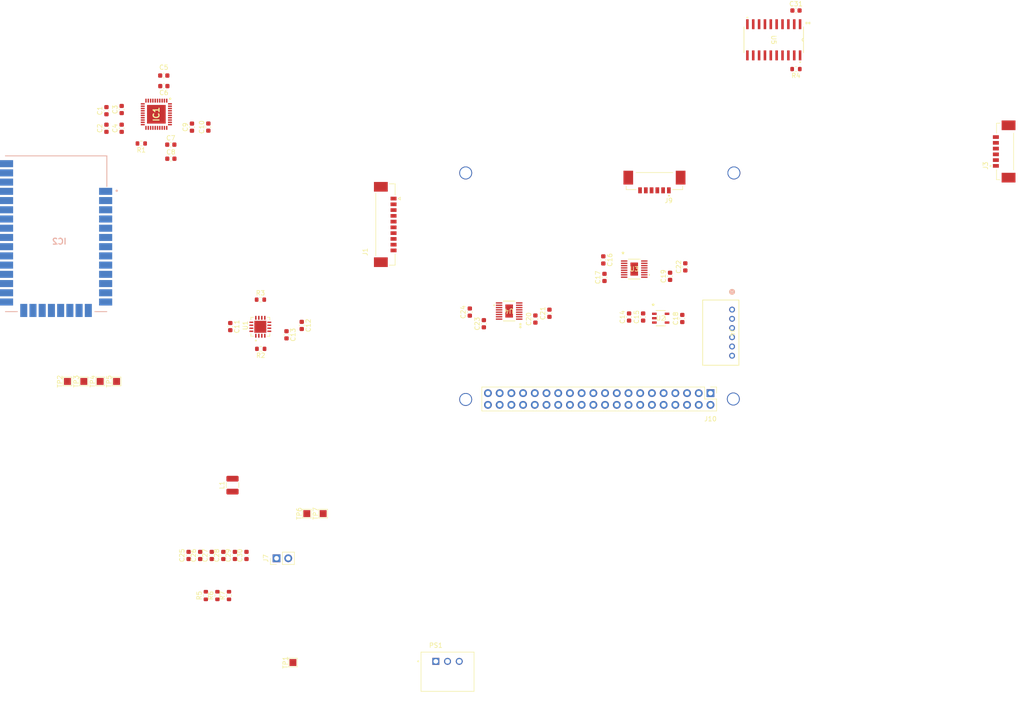
<source format=kicad_pcb>
(kicad_pcb (version 20221018) (generator pcbnew)
  (layers (0 "F.Cu" signal) (1 "In1.Cu" power) (2 "In2.Cu" power) (31 "B.Cu" signal) (34 "B.Paste" user) (35 "F.Paste" user) (36 "B.SilkS" user "B.Silkscreen") (37 "F.SilkS" user "F.Silkscreen") (38 "B.Mask" user) (39 "F.Mask" user) (44 "Edge.Cuts" user))
  (net 0 "")
  (net 1 "GND")
  (net 2 "Net-(IC1-REGCAPA)")
  (net 3 "5VADC")
  (net 4 "5VASupply{slash}Ref")
  (net 5 "3V3")
  (net 6 "Net-(IC1-REGCAPD)")
  (net 7 "2.5V")
  (net 8 "5.2V")
  (net 9 "Net-(U3-BYPASS)")
  (net 10 "Net-(U3-NR)")
  (net 11 "Net-(U4-BYPASS)")
  (net 12 "Net-(U4-NR)")
  (net 13 "VOUT")
  (net 14 "ANI16")
  (net 15 "ANI1")
  (net 16 "ANI3")
  (net 20 "DOUT")
  (net 21 "DIN")
  (net 22 "SCLK")
  (net 23 "CS")
  (net 24 "Net-(IC1-~{ERROR})")
  (net 28 "SG1")
  (net 29 "SG2")
  (net 30 "ANI9")
  (net 31 "ANI11")
  (net 32 "ANI13")
  (net 33 "ANI14")
  (net 34 "ANI15")
  (net 36 "DOUTXBee")
  (net 37 "DINXBee")
  (net 59 "Net-(IC2-DIO9{slash}ON{slash}~{SLEEP})")
  (net 62 "Net-(IC2-DIO6{slash}~{RTS})")
  (net 71 "SG1+")
  (net 72 "SG1-")
  (net 73 "SG2+")
  (net 74 "SG2-")
  (net 75 "DS1")
  (net 76 "DS2")
  (net 77 "DS3")
  (net 78 "DS4")
  (net 79 "DS5")
  (net 80 "DS6")
  (net 82 "DO1")
  (net 83 "DO2")
  (net 84 "DO3")
  (net 85 "Net-(J10-Pin_8)")
  (net 86 "Net-(J10-Pin_10)")
  (net 87 "DO4")
  (net 89 "DO5")
  (net 91 "DO6")
  (net 112 "Net-(PS1-+VIN)")
  (net 113 "Net-(U1-RG1__1)")
  (net 114 "Net-(U1-RG1)")
  (net 115 "Net-(U1-RG2__1)")
  (net 116 "Net-(U1-RG2)")
  (net 117 "Net-(U5-*OE)")
  (footprint "Capacitor_SMD:C_0603_1608Metric" (layer "F.Cu") (at 159.512 66.088001 90)
    (fp_text reference "C22" (at 0 -1.43 90) (layer "F.SilkS"))
    (fp_text value "1uF" hide)
    (pad "1" smd roundrect (at -0.775 0 90) (size 0.9 0.95) (layers "F.Cu" "F.Paste" "F.Mask") (net 1 "GND"))
    (pad "2" smd roundrect (at 0.775 0 90) (size 0.9 0.95) (layers "F.Cu" "F.Paste" "F.Mask") (net 7 "2.5V"))
  )
  (footprint "Resistor_SMD:R_0603_1608Metric" (layer "F.Cu") (at 67.438 83.866 180)
    (fp_text reference "R2" (at 0 -1.43) (layer "F.SilkS"))
    (fp_text value "200" hide)
    (pad "1" smd roundrect (at -0.825 0 180) (size 0.8 0.95) (layers "F.Cu" "F.Paste" "F.Mask") (net 113 "Net-(U1-RG1__1)"))
    (pad "2" smd roundrect (at 0.825 0 180) (size 0.8 0.95) (layers "F.Cu" "F.Paste" "F.Mask") (net 114 "Net-(U1-RG1)"))
  )
  (footprint "TestPoint:TestPoint_Pad_1.5x1.5mm" (layer "F.Cu") (at 29.072 90.932 90)
    (fp_text reference "TP3" (at 0 -1.648 90) (layer "F.SilkS"))
    (fp_text value "TestPoint")
    (pad "1" smd rect (at 0 0 90) (size 1.5 1.5) (layers "F.Cu" "F.Mask") (net 3 "5VADC"))
  )
  (footprint "Capacitor_SMD:C_0603_1608Metric" (layer "F.Cu") (at 59.328 128.668 90)
    (fp_text reference "C28" (at 0 -1.43 90) (layer "F.SilkS"))
    (fp_text value "10uF")
    (pad "1" smd roundrect (at -0.775 0 90) (size 0.9 0.95) (layers "F.Cu" "F.Paste" "F.Mask") (net 1 "GND"))
    (pad "2" smd roundrect (at 0.775 0 90) (size 0.9 0.95) (layers "F.Cu" "F.Paste" "F.Mask") (net 13 "VOUT"))
  )
  (footprint "21xt_footprints:MOLEX_0533980671 (1x6)" (layer "F.Cu") (at 152.821 48.836 180)
    (fp_text reference "J9" (at -3.08717 -2.88938) (layer "F.SilkS"))
    (fp_text value "Conn_01x06")
    (pad "1" smd rect (at -3.125 -0.65 180) (size 0.8 1.3) (layers "F.Cu" "F.Paste" "F.Mask") (net 75 "DS1"))
    (pad "2" smd rect (at -1.875 -0.65 180) (size 0.8 1.3) (layers "F.Cu" "F.Paste" "F.Mask") (net 76 "DS2"))
    (pad "3" smd rect (at -0.625 -0.65 180) (size 0.8 1.3) (layers "F.Cu" "F.Paste" "F.Mask") (net 77 "DS3"))
    (pad "4" smd rect (at 0.625 -0.65 180) (size 0.8 1.3) (layers "F.Cu" "F.Paste" "F.Mask") (net 78 "DS4"))
    (pad "5" smd rect (at 1.875 -0.65 180) (size 0.8 1.3) (layers "F.Cu" "F.Paste" "F.Mask") (net 79 "DS5"))
    (pad "6" smd rect (at 3.125 -0.65 180) (size 0.8 1.3) (layers "F.Cu" "F.Paste" "F.Mask") (net 80 "DS6"))
    (pad "S1" smd rect (at -5.675 2.1 180) (size 2.1 3) (layers "F.Cu" "F.Paste" "F.Mask"))
    (pad "S2" smd rect (at 5.675 2.1 180) (size 2.1 3) (layers "F.Cu" "F.Paste" "F.Mask"))
  )
  (footprint "TestPoint:TestPoint_Pad_1.5x1.5mm" (layer "F.Cu") (at 80.978 119.598 90)
    (fp_text reference "TP7" (at 0 -1.648 90) (layer "F.SilkS"))
    (fp_text value "TestPoint")
    (pad "1" smd rect (at 0 0 90) (size 1.5 1.5) (layers "F.Cu" "F.Mask") (net 13 "VOUT"))
  )
  (footprint "Resistor_SMD:R_0603_1608Metric" (layer "F.Cu") (at 41.535 39.33 180)
    (fp_text reference "R1" (at 0 -1.43) (layer "F.SilkS"))
    (fp_text value "10k" hide)
    (pad "1" smd roundrect (at -0.825 0 180) (size 0.8 0.95) (layers "F.Cu" "F.Paste" "F.Mask") (net 5 "3V3"))
    (pad "2" smd roundrect (at 0.825 0 180) (size 0.8 0.95) (layers "F.Cu" "F.Paste" "F.Mask") (net 24 "Net-(IC1-~{ERROR})"))
  )
  (footprint "Capacitor_SMD:C_0603_1608Metric" (layer "F.Cu") (at 51.798 128.668 90)
    (fp_text reference "C25" (at 0 -1.43 90) (layer "F.SilkS"))
    (fp_text value "10uF")
    (pad "1" smd roundrect (at -0.775 0 90) (size 0.9 0.95) (layers "F.Cu" "F.Paste" "F.Mask") (net 8 "5.2V"))
    (pad "2" smd roundrect (at 0.775 0 90) (size 0.9 0.95) (layers "F.Cu" "F.Paste" "F.Mask") (net 1 "GND"))
  )
  (footprint "Capacitor_SMD:C_0603_1608Metric" (layer "F.Cu") (at 141.986 68.374001 90)
    (fp_text reference "C17" (at 0 -1.43 90) (layer "F.SilkS"))
    (fp_text value "0.1uF" hide)
    (pad "1" smd roundrect (at -0.775 0 90) (size 0.9 0.95) (layers "F.Cu" "F.Paste" "F.Mask") (net 1 "GND"))
    (pad "2" smd roundrect (at 0.775 0 90) (size 0.9 0.95) (layers "F.Cu" "F.Paste" "F.Mask") (net 10 "Net-(U3-NR)"))
  )
  (footprint "Capacitor_SMD:C_0603_1608Metric" (layer "F.Cu") (at 147.32 76.962 90)
    (fp_text reference "C14" (at 0 -1.43 90) (layer "F.SilkS"))
    (fp_text value "1uF" hide)
    (pad "1" smd roundrect (at -0.775 0 90) (size 0.9 0.95) (layers "F.Cu" "F.Paste" "F.Mask") (net 1 "GND"))
    (pad "2" smd roundrect (at 0.775 0 90) (size 0.9 0.95) (layers "F.Cu" "F.Paste" "F.Mask") (net 8 "5.2V"))
  )
  (footprint "Capacitor_SMD:C_0603_1608Metric" (layer "F.Cu") (at 156.21 68.133001 90)
    (fp_text reference "C19" (at 0 -1.43 90) (layer "F.SilkS"))
    (fp_text value "0.1uF" hide)
    (pad "1" smd roundrect (at -0.775 0 90) (size 0.9 0.95) (layers "F.Cu" "F.Paste" "F.Mask") (net 3 "5VADC"))
    (pad "2" smd roundrect (at 0.775 0 90) (size 0.9 0.95) (layers "F.Cu" "F.Paste" "F.Mask") (net 1 "GND"))
  )
  (footprint "TestPoint:TestPoint_Pad_1.5x1.5mm" (layer "F.Cu") (at 74.422 151.892 90)
    (fp_text reference "TP1" (at 0 -1.648 90) (layer "F.SilkS"))
    (fp_text value "TestPoint")
    (pad "1" smd rect (at 0 0 90) (size 1.5 1.5) (layers "F.Cu" "F.Mask") (net 24 "Net-(IC1-~{ERROR})"))
  )
  (footprint "21xt_footprints:QFN50P600X600X80-41N-D" (layer "F.Cu") (at 44.802 32.992 -90)
    (fp_text reference "IC1" (at 0 0 90) (layer "F.SilkS") (effects (font (size 1.27 1.27) (thickness 0.254))))
    (fp_text value "AD7175-8BCPZ-RL7" hide)
    (pad "1" smd rect (at -2.95 -2.25) (size 0.3 0.85) (layers "F.Cu" "F.Paste" "F.Mask") (net 14 "ANI16"))
    (pad "2" smd rect (at -2.95 -1.75) (size 0.3 0.85) (layers "F.Cu" "F.Paste" "F.Mask") (net 1 "GND"))
    (pad "3" smd rect (at -2.95 -1.25) (size 0.3 0.85) (layers "F.Cu" "F.Paste" "F.Mask") (net 15 "ANI1"))
    (pad "4" smd rect (at -2.95 -0.75) (size 0.3 0.85) (layers "F.Cu" "F.Paste" "F.Mask") (net 1 "GND"))
    (pad "5" smd rect (at -2.95 -0.25) (size 0.3 0.85) (layers "F.Cu" "F.Paste" "F.Mask") (net 16 "ANI3"))
    (pad "6" smd rect (at -2.95 0.25) (size 0.3 0.85) (layers "F.Cu" "F.Paste" "F.Mask"))
    (pad "7" smd rect (at -2.95 0.75) (size 0.3 0.85) (layers "F.Cu" "F.Paste" "F.Mask") (net 2 "Net-(IC1-REGCAPA)"))
    (pad "8" smd rect (at -2.95 1.25) (size 0.3 0.85) (layers "F.Cu" "F.Paste" "F.Mask") (net 1 "GND"))
    (pad "9" smd rect (at -2.95 1.75) (size 0.3 0.85) (layers "F.Cu" "F.Paste" "F.Mask") (net 3 "5VADC"))
    (pad "10" smd rect (at -2.95 2.25) (size 0.3 0.85) (layers "F.Cu" "F.Paste" "F.Mask") (net 3 "5VADC"))
    (pad "11" smd rect (at -2.25 2.95 270) (size 0.3 0.85) (layers "F.Cu" "F.Paste" "F.Mask") (net 1 "GND"))
    (pad "12" smd rect (at -1.75 2.95 270) (size 0.3 0.85) (layers "F.Cu" "F.Paste" "F.Mask"))
    (pad "13" smd rect (at -1.25 2.95 270) (size 0.3 0.85) (layers "F.Cu" "F.Paste" "F.Mask"))
    (pad "14" smd rect (at -0.75 2.95 270) (size 0.3 0.85) (layers "F.Cu" "F.Paste" "F.Mask") (net 20 "DOUT"))
    (pad "15" smd rect (at -0.25 2.95 270) (size 0.3 0.85) (layers "F.Cu" "F.Paste" "F.Mask") (net 21 "DIN"))
    (pad "16" smd rect (at 0.25 2.95 270) (size 0.3 0.85) (layers "F.Cu" "F.Paste" "F.Mask") (net 22 "SCLK"))
    (pad "17" smd rect (at 0.75 2.95 270) (size 0.3 0.85) (layers "F.Cu" "F.Paste" "F.Mask") (net 23 "CS"))
    (pad "18" smd rect (at 1.25 2.95 270) (size 0.3 0.85) (layers "F.Cu" "F.Paste" "F.Mask") (net 24 "Net-(IC1-~{ERROR})"))
    (pad "19" smd rect (at 1.75 2.95 270) (size 0.3 0.85) (layers "F.Cu" "F.Paste" "F.Mask") (net 1 "GND"))
    (pad "20" smd rect (at 2.25 2.95 270) (size 0.3 0.85) (layers "F.Cu" "F.Paste" "F.Mask") (net 5 "3V3"))
    (pad "21" smd rect (at 2.95 2.25) (size 0.3 0.85) (layers "F.Cu" "F.Paste" "F.Mask") (net 1 "GND"))
    (pad "22" smd rect (at 2.95 1.75) (size 0.3 0.85) (layers "F.Cu" "F.Paste" "F.Mask") (net 6 "Net-(IC1-REGCAPD)"))
    (pad "23" smd rect (at 2.95 1.25) (size 0.3 0.85) (layers "F.Cu" "F.Paste" "F.Mask"))
    (pad "24" smd rect (at 2.95 0.75) (size 0.3 0.85) (layers "F.Cu" "F.Paste" "F.Mask"))
    (pad "25" smd rect (at 2.95 0.25) (size 0.3 0.85) (layers "F.Cu" "F.Paste" "F.Mask"))
    (pad "26" smd rect (at 2.95 -0.25) (size 0.3 0.85) (layers "F.Cu" "F.Paste" "F.Mask") (net 1 "GND"))
    (pad "27" smd rect (at 2.95 -0.75) (size 0.3 0.85) (layers "F.Cu" "F.Paste" "F.Mask") (net 28 "SG1"))
    (pad "28" smd rect (at 2.95 -1.25) (size 0.3 0.85) (layers "F.Cu" "F.Paste" "F.Mask") (net 1 "GND"))
    (pad "29" smd rect (at 2.95 -1.75) (size 0.3 0.85) (layers "F.Cu" "F.Paste" "F.Mask") (net 29 "SG2"))
    (pad "30" smd rect (at 2.95 -2.25) (size 0.3 0.85) (layers "F.Cu" "F.Paste" "F.Mask") (net 1 "GND"))
    (pad "31" smd rect (at 2.25 -2.95 270) (size 0.3 0.85) (layers "F.Cu" "F.Paste" "F.Mask") (net 30 "ANI9"))
    (pad "32" smd rect (at 1.75 -2.95 270) (size 0.3 0.85) (layers "F.Cu" "F.Paste" "F.Mask") (net 1 "GND"))
    (pad "33" smd rect (at 1.25 -2.95 270) (size 0.3 0.85) (layers "F.Cu" "F.Paste" "F.Mask") (net 31 "ANI11"))
    (pad "34" smd rect (at 0.75 -2.95 270) (size 0.3 0.85) (layers "F.Cu" "F.Paste" "F.Mask") (net 1 "GND"))
    (pad "35" smd rect (at 0.25 -2.95 270) (size 0.3 0.85) (layers "F.Cu" "F.Paste" "F.Mask") (net 32 "ANI13"))
    (pad "36" smd rect (at -0.25 -2.95 270) (size 0.3 0.85) (layers "F.Cu" "F.Paste" "F.Mask") (net 33 "ANI14"))
    (pad "37" smd rect (at -0.75 -2.95 270) (size 0.3 0.85) (layers "F.Cu" "F.Paste" "F.Mask") (net 34 "ANI15"))
    (pad "38" smd rect (at -1.25 -2.95 270) (size 0.3 0.85) (layers "F.Cu" "F.Paste" "F.Mask"))
    (pad "39" smd rect (at -1.75 -2.95 270) (size 0.3 0.85) (layers "F.Cu" "F.Paste" "F.Mask") (net 1 "GND"))
    (pad "40" smd rect (at -2.25 -2.95 270) (size 0.3 0.85) (layers "F.Cu" "F.Paste" "F.Mask") (net 4 "5VASupply{slash}Ref"))
    (pad "41" smd rect (at 0 0 270) (size 4.05 4.05) (layers "F.Cu" "F.Paste" "F.Mask") (net 1 "GND"))
  )
  (footprint "Capacitor_SMD:C_0603_1608Metric" (layer "F.Cu") (at 64.348 128.668 90)
    (fp_text reference "C30" (at 0 -1.43 90) (layer "F.SilkS"))
    (fp_text value "8.2pF")
    (pad "1" smd roundrect (at -0.775 0 90) (size 0.9 0.95) (layers "F.Cu" "F.Paste" "F.Mask") (net 1 "GND"))
    (pad "2" smd roundrect (at 0.775 0 90) (size 0.9 0.95) (layers "F.Cu" "F.Paste" "F.Mask") (net 13 "VOUT"))
  )
  (footprint "Capacitor_SMD:C_0603_1608Metric" (layer "F.Cu") (at 76.328 78.786 -90)
    (fp_text reference "C12" (at 0 -1.43 90) (layer "F.SilkS"))
    (fp_text value "0.1uF" hide)
    (pad "1" smd roundrect (at -0.775 0 270) (size 0.9 0.95) (layers "F.Cu" "F.Paste" "F.Mask") (net 7 "2.5V"))
    (pad "2" smd roundrect (at 0.775 0 270) (size 0.9 0.95) (layers "F.Cu" "F.Paste" "F.Mask") (net 1 "GND"))
  )
  (footprint "TestPoint:TestPoint_Pad_1.5x1.5mm" (layer "F.Cu") (at 25.522 90.932 90)
    (fp_text reference "TP2" (at 0 -1.648 90) (layer "F.SilkS"))
    (fp_text value "TestPoint")
    (pad "1" smd rect (at 0 0 90) (size 1.5 1.5) (layers "F.Cu" "F.Mask") (net 8 "5.2V"))
  )
  (footprint "21xt_footprints:2.35mm_mounting_hole" (layer "F.Cu") (at 114.811 45.37 90)
    (fp_text reference "H3" hide)
    (fp_text value "MountingHole" hide)
    (pad "1" thru_hole circle (at -0.35 -2.92 90) (size 2.8 2.8) (drill 2.4) (layers "*.Cu" "*.Mask"))
  )
  (footprint "Resistor_SMD:R_0603_1608Metric" (layer "F.Cu") (at 183.515 23.1902 180)
    (fp_text reference "R4" (at 0 -1.43) (layer "F.SilkS"))
    (fp_text value "10k" hide)
    (pad "1" smd roundrect (at -0.825 0 180) (size 0.8 0.95) (layers "F.Cu" "F.Paste" "F.Mask") (net 5 "3V3"))
    (pad "2" smd roundrect (at 0.825 0 180) (size 0.8 0.95) (layers "F.Cu" "F.Paste" "F.Mask") (net 117 "Net-(U5-*OE)"))
  )
  (footprint "TestPoint:TestPoint_Pad_1.5x1.5mm" (layer "F.Cu") (at 32.622 90.932 90)
    (fp_text reference "TP4" (at 0 -1.648 90) (layer "F.SilkS"))
    (fp_text value "TestPoint")
    (pad "1" smd rect (at 0 0 90) (size 1.5 1.5) (layers "F.Cu" "F.Mask") (net 7 "2.5V"))
  )
  (footprint "Capacitor_SMD:C_0603_1608Metric" (layer "F.Cu") (at 46.424 26.884 180)
    (fp_text reference "C6" (at 0 -1.43) (layer "F.SilkS"))
    (fp_text value "0.1uF" hide)
    (pad "1" smd roundrect (at -0.775 0 180) (size 0.9 0.95) (layers "F.Cu" "F.Paste" "F.Mask") (net 4 "5VASupply{slash}Ref"))
    (pad "2" smd roundrect (at 0.775 0 180) (size 0.9 0.95) (layers "F.Cu" "F.Paste" "F.Mask") (net 1 "GND"))
  )
  (footprint "Capacitor_SMD:C_0603_1608Metric" (layer "F.Cu") (at 183.515 10.4902)
    (fp_text reference "C31" (at 0 -1.43) (layer "F.SilkS"))
    (fp_text value "0.1uF" hide)
    (pad "1" smd roundrect (at -0.775 0) (size 0.9 0.95) (layers "F.Cu" "F.Paste" "F.Mask") (net 1 "GND"))
    (pad "2" smd roundrect (at 0.775 0) (size 0.9 0.95) (layers "F.Cu" "F.Paste" "F.Mask") (net 5 "3V3"))
  )
  (footprint "Inductor_SMD:L_1210_3225Metric" (layer "F.Cu") (at 61.316 113.425 90)
    (fp_text reference "L1" (at 0 -2.28 90) (layer "F.SilkS"))
    (fp_text value "3.9uH")
    (pad "1" smd roundrect (at -1.4 0 90) (size 1.25 2.65) (layers "F.Cu" "F.Paste" "F.Mask") (roundrect_rratio 0.2) (net 8 "5.2V"))
    (pad "2" smd roundrect (at 1.4 0 90) (size 1.25 2.65) (layers "F.Cu" "F.Paste" "F.Mask") (roundrect_rratio 0.2) (net 112 "Net-(PS1-+VIN)"))
  )
  (footprint "Connector_PinHeader_2.54mm:PinHeader_1x02_P2.54mm_Vertical" (layer "F.Cu") (at 70.866 129.286 90)
    (fp_text reference "J7" (at 0 -2.33 90) (layer "F.SilkS"))
    (fp_text value "Conn_01x02")
    (pad "1" thru_hole rect (at 0 0 90) (size 1.7 1.7) (drill 1) (layers "*.Cu" "*.Mask") (net 62 "Net-(IC2-DIO6{slash}~{RTS})"))
    (pad "2" thru_hole oval (at 0 2.54 90) (size 1.7 1.7) (drill 1) (layers "*.Cu" "*.Mask") (net 59 "Net-(IC2-DIO9{slash}ON{slash}~{SLEEP})"))
  )
  (footprint "Capacitor_SMD:C_0603_1608Metric" (layer "F.Cu") (at 37.28 31.964 90)
    (fp_text reference "C3" (at 0 -1.43 90) (layer "F.SilkS"))
    (fp_text value "0.1uF" hide)
    (pad "1" smd roundrect (at -0.775 0 90) (size 0.9 0.95) (layers "F.Cu" "F.Paste" "F.Mask") (net 1 "GND"))
    (pad "2" smd roundrect (at 0.775 0 90) (size 0.9 0.95) (layers "F.Cu" "F.Paste" "F.Mask") (net 2 "Net-(IC1-REGCAPA)"))
  )
  (footprint "Capacitor_SMD:C_0603_1608Metric" (layer "F.Cu") (at 47.935 39.584)
    (fp_text reference "C7" (at 0 -1.43) (layer "F.SilkS"))
    (fp_text value "0.1uF" hide)
    (pad "1" smd roundrect (at -0.775 0) (size 0.9 0.95) (layers "F.Cu" "F.Paste" "F.Mask") (net 5 "3V3"))
    (pad "2" smd roundrect (at 0.775 0) (size 0.9 0.95) (layers "F.Cu" "F.Paste" "F.Mask") (net 1 "GND"))
  )
  (footprint "21xt_footprints:2.35mm_mounting_hole" (layer "F.Cu") (at 114.808 94.488 90)
    (fp_text reference "H4" hide)
    (fp_text value "MountingHole" hide)
    (pad "1" thru_hole circle (at -0.35 -2.92 90) (size 2.8 2.8) (drill 2.4) (layers "*.Cu" "*.Mask"))
  )
  (footprint "Capacitor_SMD:C_0603_1608Metric" (layer "F.Cu") (at 115.824 78.417001 90)
    (fp_text reference "C23" (at 0 -1.43 90) (layer "F.SilkS"))
    (fp_text value "0.1uF" hide)
    (pad "1" smd roundrect (at -0.775 0 90) (size 0.9 0.95) (layers "F.Cu" "F.Paste" "F.Mask") (net 8 "5.2V"))
    (pad "2" smd roundrect (at 0.775 0 90) (size 0.9 0.95) (layers "F.Cu" "F.Paste" "F.Mask") (net 1 "GND"))
  )
  (footprint "21xt_footprints:LT6658AHMSE-2.5-PBF" (layer "F.Cu") (at 148.4376 66.568)
    (fp_text reference "U3" (at 0 0 unlocked) (layer "F.SilkS"))
    (fp_text value "LT6658AHMSE-2.5-PBF" hide)
    (fp_text user "*" (at -2.4384 -3.1724 unlocked) (layer "F.SilkS"))
    (fp_text user "*" (at -2.4384 -3.1724) (layer "F.SilkS"))
    (pad "1" smd rect (at -2.1844 -1.750002) (size 1.397 0.2794) (layers "F.Cu" "F.Paste" "F.Mask") (net 1 "GND"))
    (pad "2" smd rect (at -2.1844 -1.25) (size 1.397 0.2794) (layers "F.Cu" "F.Paste" "F.Mask") (net 1 "GND"))
    (pad "3" smd rect (at -2.1844 -0.750001) (size 1.397 0.2794) (layers "F.Cu" "F.Paste" "F.Mask") (net 9 "Net-(U3-BYPASS)"))
    (pad "4" smd rect (at -2.1844 -0.25) (size 1.397 0.2794) (layers "F.Cu" "F.Paste" "F.Mask"))
    (pad "5" smd rect (at -2.1844 0.25) (size 1.397 0.2794) (layers "F.Cu" "F.Paste" "F.Mask") (net 10 "Net-(U3-NR)"))
    (pad "6" smd rect (at -2.1844 0.749998) (size 1.397 0.2794) (layers "F.Cu" "F.Paste" "F.Mask") (net 1 "GND"))
    (pad "7" smd rect (at -2.1844 1.25) (size 1.397 0.2794) (layers "F.Cu" "F.Paste" "F.Mask") (net 7 "2.5V"))
    (pad "8" smd rect (at -2.1844 1.749999) (size 1.397 0.2794) (layers "F.Cu" "F.Paste" "F.Mask") (net 7 "2.5V"))
    (pad "9" smd rect (at 2.1844 1.750002) (size 1.397 0.2794) (layers "F.Cu" "F.Paste" "F.Mask") (net 3 "5VADC"))
    (pad "10" smd rect (at 2.1844 1.25) (size 1.397 0.2794) (layers "F.Cu" "F.Paste" "F.Mask") (net 3 "5VADC"))
    (pad "11" smd rect (at 2.1844 0.750001) (size 1.397 0.2794) (layers "F.Cu" "F.Paste" "F.Mask") (net 3 "5VADC"))
    (pad "12" smd rect (at 2.1844 0.25) (size 1.397 0.2794) (layers "F.Cu" "F.Paste" "F.Mask") (net 7 "2.5V"))
    (pad "13" smd rect (at 2.1844 -0.25) (size 1.397 0.2794) (layers "F.Cu" "F.Paste" "F.Mask") (net 7 "2.5V"))
    (pad "14" smd rect (at 2.1844 -0.749998) (size 1.397 0.2794) (layers "F.Cu" "F.Paste" "F.Mask") (net 3 "5VADC"))
    (pad "15" smd rect (at 2.1844 -1.25) (size 1.397 0.2794) (layers "F.Cu" "F.Paste" "F.Mask"))
    (pad "16" smd rect (at 2.1844 -1.749999) (size 1.397 0.2794) (layers "F.Cu" "F.Paste" "F.Mask"))
    (pad "EPAD" smd rect (at 0 0) (size 1.651 2.8448) (layers "F.Cu" "F.Mask") (net 1 "GND"))
  )
  (footprint "21xt_footprints:TPS78326DDCT" (layer "F.Cu") (at 154.178 77.216)
    (fp_text reference "U2" (at 0 0 unlocked) (layer "F.SilkS"))
    (fp_text value "TPS78326DDCT" hide)
    (fp_text user "*" (at -1.63195 -2.601 unlocked) (layer "F.SilkS"))
    (fp_text user "*" (at -1.63195 -2.601) (layer "F.SilkS"))
    (pad "1" smd rect (at -1.37795 -0.950001) (size 1.0033 0.508) (layers "F.Cu" "F.Paste" "F.Mask") (net 8 "5.2V"))
    (pad "2" smd rect (at -1.37795 0) (size 1.0033 0.508) (layers "F.Cu" "F.Paste" "F.Mask") (net 1 "GND"))
    (pad "3" smd rect (at -1.37795 0.950001) (size 1.0033 0.508) (layers "F.Cu" "F.Paste" "F.Mask") (net 8 "5.2V"))
    (pad "4" smd rect (at 1.37795 0.950001) (size 1.0033 0.508) (layers "F.Cu" "F.Paste" "F.Mask") (net 1 "GND"))
    (pad "5" smd rect (at 1.37795 -0.950001) (size 1.0033 0.508) (layers "F.Cu" "F.Paste" "F.Mask") (net 3 "5VADC"))
  )
  (footprint "Resistor_SMD:R_0603_1608Metric" (layer "F.Cu") (at 58.044 137.364 90)
    (fp_text reference "R6" (at 0 -1.43 90) (layer "F.SilkS"))
    (fp_text value "68")
    (pad "1" smd roundrect (at -0.825 0 90) (size 0.8 0.95) (layers "F.Cu" "F.Paste" "F.Mask") (net 37 "DINXBee"))
    (pad "2" smd roundrect (at 0.825 0 90) (size 0.8 0.95) (layers "F.Cu" "F.Paste" "F.Mask") (net 86 "Net-(J10-Pin_10)"))
  )
  (footprint "Capacitor_SMD:C_0603_1608Metric" (layer "F.Cu") (at 73.026 80.818 -90)
    (fp_text reference "C13" (at 0 -1.43 90) (layer "F.SilkS"))
    (fp_text value "0.1uF" hide)
    (pad "1" smd roundrect (at -0.775 0 270) (size 0.9 0.95) (layers "F.Cu" "F.Paste" "F.Mask") (net 1 "GND"))
    (pad "2" smd roundrect (at 0.775 0 270) (size 0.9 0.95) (layers "F.Cu" "F.Paste" "F.Mask") (net 3 "5VADC"))
  )
  (footprint "Capacitor_SMD:C_0603_1608Metric" (layer "F.Cu") (at 158.85795 77.281999 90)
    (fp_text reference "C18" (at 0 -1.43 90) (layer "F.SilkS"))
    (fp_text value "2.2uF" hide)
    (pad "1" smd roundrect (at -0.775 0 90) (size 0.9 0.95) (layers "F.Cu" "F.Paste" "F.Mask") (net 1 "GND"))
    (pad "2" smd roundrect (at 0.775 0 90) (size 0.9 0.95) (layers "F.Cu" "F.Paste" "F.Mask") (net 3 "5VADC"))
  )
  (footprint "21xt_footprints:AD8222ACPZ-R7" (layer "F.Cu") (at 67.351 79.081 90)
    (fp_text reference "U1" (at 0.285 -3.25 90) (layer "F.SilkS"))
    (fp_text value "AD8222ACPZ-R7" hide)
    (pad "1" smd roundrect (at -1.945 -0.975 90) (size 0.84 0.32) (layers "F.Cu" "F.Paste" "F.Mask") (roundrect_rratio 0.125) (net 72 "SG1-"))
    (pad "2" smd roundrect (at -1.945 -0.325 90) (size 0.84 0.32) (layers "F.Cu" "F.Paste" "F.Mask") (roundrect_rratio 0.125) (net 114 "Net-(U1-RG1)"))
    (pad "3" smd roundrect (at -1.945 0.325 90) (size 0.84 0.32) (layers "F.Cu" "F.Paste" "F.Mask") (roundrect_rratio 0.125) (net 113 "Net-(U1-RG1__1)"))
    (pad "4" smd roundrect (at -1.945 0.975 90) (size 0.84 0.32) (layers "F.Cu" "F.Paste" "F.Mask") (roundrect_rratio 0.125) (net 71 "SG1+"))
    (pad "5" smd roundrect (at -0.975 1.945 90) (size 0.32 0.84) (layers "F.Cu" "F.Paste" "F.Mask") (roundrect_rratio 0.125) (net 3 "5VADC"))
    (pad "6" smd roundrect (at -0.325 1.945 90) (size 0.32 0.84) (layers "F.Cu" "F.Paste" "F.Mask") (roundrect_rratio 0.125) (net 7 "2.5V"))
    (pad "7" smd roundrect (at 0.325 1.945 90) (size 0.32 0.84) (layers "F.Cu" "F.Paste" "F.Mask") (roundrect_rratio 0.125) (net 7 "2.5V"))
    (pad "8" smd roundrect (at 0.975 1.945 90) (size 0.32 0.84) (layers "F.Cu" "F.Paste" "F.Mask") (roundrect_rratio 0.125) (net 1 "GND"))
    (pad "9" smd roundrect (at 1.945 0.975 90) (size 0.84 0.32) (layers "F.Cu" "F.Paste" "F.Mask") (roundrect_rratio 0.125) (net 73 "SG2+"))
    (pad "10" smd roundrect (at 1.945 0.325 90) (size 0.84 0.32) (layers "F.Cu" "F.Paste" "F.Mask") (roundrect_rratio 0.125) (net 116 "Net-(U1-RG2)"))
    (pad "11" smd roundrect (at 1.945 -0.325 90) (size 0.84 0.32) (layers "F.Cu" "F.Paste" "F.Mask") (roundrect_rratio 0.125) (net 115 "Net-(U1-RG2__1)"))
    (pad "12" smd roundrect (at 1.945 -0.975 90) (size 0.84 0.32) (layers "F.Cu" "F.Paste" "F.Mask") (roundrect_rratio 0.125) (net 74 "SG2-"))
    (pad "13" smd roundrect (at 0.975 -1.945 90) (size 0.32 0.84) (layers "F.Cu" "F.Paste" "F.Mask") (roundrect_rratio 0.125) (net 1 "GND"))
    (pad "14" smd roundrect (at 0.325 -1.945 90) (size 0.32 0.84) (layers "F.Cu" "F.Paste" "F.Mask") (roundrect_rratio 0.125) (net 29 "SG2"))
    (pad "15" smd roundrect (at -0.325 -1.945 90) (size 0.32 0.84) (layers "F.Cu" "F.Paste" "F.Mask") (roundrect_rratio 0.125) (net 28 "SG1"))
    (pad "16" smd roundrect (at -0.975 -1.945 90) (size 0.32 0.84) (layers "F.Cu" "F.Paste" "F.Mask") (roundrect_rratio 0.125) (net 3 "5VADC"))
    (pad "17" smd rect (at 0 0 90) (size 2.6 2.6) (layers "F.Cu" "F.Mask") (net 1 "GND"))
  )
  (footprint "Capacitor_SMD:C_0603_1608Metric" (layer "F.Cu") (at 46.411 24.598 180)
    (fp_text reference "C5" (at 0 1.778) (layer "F.SilkS"))
    (fp_text value "10uF" hide)
    (pad "1" smd roundrect (at -0.775 0 180) (size 0.9 0.95) (layers "F.Cu" "F.Paste" "F.Mask") (net 4 "5VASupply{slash}Ref"))
    (pad "2" smd roundrect (at 0.775 0 180) (size 0.9 0.95) (layers "F.Cu" "F.Paste" "F.Mask") (net 1 "GND"))
  )
  (footprint "Capacitor_SMD:C_0603_1608Metric" (layer "F.Cu") (at 52.52 35.787 90)
    (fp_text reference "C9" (at 0 -1.43 90) (layer "F.SilkS"))
    (fp_text value "0.1uF" hide)
    (pad "1" smd roundrect (at -0.775 0 90) (size 0.9 0.95) (layers "F.Cu" "F.Paste" "F.Mask") (net 6 "Net-(IC1-REGCAPD)"))
    (pad "2" smd roundrect (at 0.775 0 90) (size 0.9 0.95) (layers "F.Cu" "F.Paste" "F.Mask") (net 1 "GND"))
  )
  (footprint "Capacitor_SMD:C_0603_1608Metric" (layer "F.Cu") (at 37.28 36.028 90)
    (fp_text reference "C4" (at 0 -1.43 90) (layer "F.SilkS"))
    (fp_text value "0.1uF" hide)
    (pad "1" smd roundrect (at -0.775 0 90) (size 0.9 0.95) (layers "F.Cu" "F.Paste" "F.Mask") (net 3 "5VADC"))
    (pad "2" smd roundrect (at 0.775 0 90) (size 0.9 0.95) (layers "F.Cu" "F.Paste" "F.Mask") (net 1 "GND"))
  )
  (footprint "Capacitor_SMD:C_0603_1608Metric" (layer "F.Cu") (at 60.834 79.04 -90)
    (fp_text reference "C11" (at 0 -1.43 90) (layer "F.SilkS"))
    (fp_text value "0.1uF" hide)
    (pad "1" smd roundrect (at -0.775 0 270) (size 0.9 0.95) (layers "F.Cu" "F.Paste" "F.Mask") (net 1 "GND"))
    (pad "2" smd roundrect (at 0.775 0 270) (size 0.9 0.95) (layers "F.Cu" "F.Paste" "F.Mask") (net 3 "5VADC"))
  )
  (footprint "21xt_footprints:MOLEX_533981071 (1x10)" (layer "F.Cu") (at 94.488 56.896 90)
    (fp_text reference "J1" (at -5.95 -4.385 90) (layer "F.SilkS"))
    (fp_text value "Conn_01x10")
    (pad "1" smd rect (at 5.625 1.75 90) (size 0.8 1.3) (layers "F.Cu" "F.Paste") (net 4 "5VASupply{slash}Ref"))
    (pad "2" smd rect (at 4.375 1.75 90) (size 0.8 1.3) (layers "F.Cu" "F.Paste") (net 1 "GND"))
    (pad "3" smd rect (at 3.125 1.75 90) (size 0.8 1.3) (layers "F.Cu" "F.Paste") (net 30 "ANI9"))
    (pad "4" smd rect (at 1.875 1.75 90) (size 0.8 1.3) (layers "F.Cu" "F.Paste") (net 31 "ANI11"))
    (pad "5" smd rect (at 0.625 1.75 90) (size 0.8 1.3) (layers "F.Cu" "F.Paste") (net 32 "ANI13"))
    (pad "6" smd rect (at -0.625 1.75 90) (size 0.8 1.3) (layers "F.Cu" "F.Paste") (net 33 "ANI14"))
    (pad "7" smd rect (at -1.875 1.75 90) (size 0.8 1.3) (layers "F.Cu" "F.Paste") (net 34 "ANI15"))
    (pad "8" smd rect (at -3.125 1.75 90) (size 0.8 1.3) (layers "F.Cu" "F.Paste") (net 15 "ANI1"))
    (pad "9" smd rect (at -4.375 1.75 90) (size 0.8 1.3) (layers "F.Cu" "F.Paste") (net 14 "ANI16"))
    (pad "10" smd rect (at -5.625 1.75 90) (size 0.8 1.3) (layers "F.Cu" "F.Paste") (net 16 "ANI3"))
    (pad "S1" smd rect (at -8.175 -1 90) (size 2.1 3) (layers "F.Cu" "F.Paste"))
    (pad "S2" smd rect (at 8.175 -1 90) (size 2.1 3) (layers "F.Cu" "F.Paste"))
  )
  (footprint "21xt_footprints:2.35mm_mounting_hole" (layer "F.Cu") (at 172.846 94.392 90)
    (fp_text reference "H2" hide)
    (fp_text value "MountingHole" hide)
    (pad "1" thru_hole circle (at -0.35 -2.92 90) (size 2.8 2.8) (drill 2.4) (layers "*.Cu" "*.Mask"))
  )
  (footprint "Capacitor_SMD:C_0603_1608Metric" (layer "F.Cu") (at 127 77.401001 90)
    (fp_text reference "C20" (at 0 -1.43 90) (layer "F.SilkS"))
    (fp_text value "0.1uF" hide)
    (pad "1" smd roundrect (at -0.775 0 90) (size 0.9 0.95) (layers "F.Cu" "F.Paste" "F.Mask") (net 1 "GND"))
    (pad "2" smd roundrect (at 0.775 0 90) (size 0.9 0.95) (layers "F.Cu" "F.Paste" "F.Mask") (net 11 "Net-(U4-BYPASS)"))
  )
  (footprint "Capacitor_SMD:C_0603_1608Metric" (layer "F.Cu") (at 112.776 75.890001 90)
    (fp_text reference "C24" (at 0 -1.43 90) (layer "F.SilkS"))
    (fp_text value "1uF" hide)
    (pad "1" smd roundrect (at -0.775 0 90) (size 0.9 0.95) (layers "F.Cu" "F.Paste" "F.Mask") (net 1 "GND"))
    (pad "2" smd roundrect (at 0.775 0 90) (size 0.9 0.95) (layers "F.Cu" "F.Paste" "F.Mask") (net 4 "5VASupply{slash}Ref"))
  )
  (footprint "Capacitor_SMD:C_0603_1608Metric" (layer "F.Cu") (at 54.308 128.668 90)
    (fp_text reference "C26" (at 0 -1.43 90) (layer "F.SilkS"))
    (fp_text value "4.7")
    (pad "1" smd roundrect (at -0.775 0 90) (size 0.9 0.95) (layers "F.Cu" "F.Paste" "F.Mask") (net 8 "5.2V"))
    (pad "2" smd roundrect (at 0.775 0 90) (size 0.9 0.95) (layers "F.Cu" "F.Paste" "F.Mask") (net 1 "GND"))
  )
  (footprint "Capacitor_SMD:C_0603_1608Metric" (layer "F.Cu") (at 130.048 76.144001 90)
    (fp_text reference "C21" (at 0 -1.43 90) (layer "F.SilkS"))
    (fp_text value "0.1uF" hide)
    (pad "1" smd roundrect (at -0.775 0 90) (size 0.9 0.95) (layers "F.Cu" "F.Paste" "F.Mask") (net 1 "GND"))
    (pad "2" smd roundrect (at 0.775 0 90) (size 0.9 0.95) (layers "F.Cu" "F.Paste" "F.Mask") (net 12 "Net-(U4-NR)"))
  )
  (footprint "Capacitor_SMD:C_0603_1608Metric" (layer "F.Cu") (at 33.978 32.218 90)
    (fp_text reference "C1" (at 0 -1.43 90) (layer "F.SilkS"))
    (fp_text value "1uF" hide)
    (pad "1" smd roundrect (at -0.775 0 90) (size 0.9 0.95) (layers "F.Cu" "F.Paste" "F.Mask") (net 1 "GND"))
    (pad "2" smd roundrect (at 0.775 0 90) (size 0.9 0.95) (layers "F.Cu" "F.Paste" "F.Mask") (net 2 "Net-(IC1-REGCAPA)"))
  )
  (footprint "Capacitor_SMD:C_0603_1608Metric" (layer "F.Cu") (at 150.368 76.962 90)
    (fp_text reference "C15" (at 0 -1.43 90) (layer "F.SilkS"))
    (fp_text value "0.1uF" hide)
    (pad "1" smd roundrect (at -0.775 0 90) (size 0.9 0.95) (layers "F.Cu" "F.Paste" "F.Mask") (net 1 "GND"))
    (pad "2" smd roundrect (at 0.775 0 90) (size 0.9 0.95) (layers "F.Cu" "F.Paste" "F.Mask") (net 8 "5.2V"))
  )
  (footprint "Capacitor_SMD:C_0603_1608Metric" (layer "F.Cu") (at 61.838 128.668 90)
    (fp_text reference "C29" (at 0 -1.43 90) (layer "F.SilkS"))
    (fp_text value "47pF")
    (pad "1" smd roundrect (at -0.775 0 90) (size 0.9 0.95) (layers "F.Cu" "F.Paste" "F.Mask") (net 1 "GND"))
    (pad "2" smd roundrect (at 0.775 0 90) (size 0.9 0.95) (layers "F.Cu" "F.Paste" "F.Mask") (net 13 "VOUT"))
  )
  (footprint "21xt_footprints:2.35mm_mounting_hole" (layer "F.Cu") (at 172.977 45.37 90)
    (fp_text reference "H1" hide)
    (fp_text value "MountingHole" hide)
    (pad "1" thru_hole circle (at -0.35 -2.92 90) (size 2.8 2.8) (drill 2.4) (layers "*.Cu" "*.Mask"))
  )
  (footprint "Capacitor_SMD:C_0603_1608Metric" (layer "F.Cu") (at 56.076 35.774 90)
    (fp_text reference "C10" (at 0 -1.43 90) (layer "F.SilkS"))
    (fp_text value "1uF" hide)
    (pad "1" smd roundrect (at -0.775 0 90) (size 0.9 0.95) (layers "F.Cu" "F.Paste" "F.Mask") (net 6 "Net-(IC1-REGCAPD)"))
    (pad "2" smd roundrect (at 0.775 0 90) (size 0.9 0.95) (layers "F.Cu" "F.Paste" "F.Mask") (net 1 "GND"))
  )
  (footprint "21xt_footprints:CONV_R-78B3.3-1.5" (layer "F.Cu") (at 107.95 153.888)
    (fp_text reference "PS1" (at -2.54 -5.715) (layer "F.SilkS"))
    (fp_text value "R-78B3.3-1.5L")
    (pad "1" thru_hole rect (at -2.54 -2.25) (size 1.508 1.508) (drill 1) (layers "*.Cu" "*.Mask") (net 112 "Net-(PS1-+VIN)"))
    (pad "2" thru_hole circle (at 0 -2.25) (size 1.508 1.508) (drill 1) (layers "*.Cu" "*.Mask") (net 1 "GND"))
    (pad "3" thru_hole circle (at 2.54 -2.25) (size 1.508 1.508) (drill 1) (layers "*.Cu" "*.Mask") (net 13 "VOUT"))
  )
  (footprint "Connector_PinHeader_2.54mm:PinHeader_2x20_P2.54mm_Vertical" (layer "F.Cu") (at 164.973 93.472 -90)
    (fp_text reference "J10" (at 5.588 0) (layer "F.SilkS"))
    (fp_text value "Conn_02x20_Odd_Even" hide)
    (pad "1" thru_hole rect (at 0 0 270) (size 1.7 1.7) (drill 1) (layers "*.Cu" "*.Mask"))
    (pad "2" thru_hole oval (at 2.54 0 270) (size 1.7 1.7) (drill 1) (layers "*.Cu" "*.Mask") (net 8 "5.2V"))
    (pad "3" thru_hole oval (at 0 2.54 270) (size 1.7 1.7) (drill 1) (layers "*.Cu" "*.Mask") (net 82 "DO1"))
    (pad "4" thru_hole oval (at 2.54 2.54 270) (size 1.7 1.7) (drill 1) (layers "*.Cu" "*.Mask") (net 8 "5.2V"))
    (pad "5" thru_hole oval (at 0 5.08 270) (size 1.7 1.7) (drill 1) (layers "*.Cu" "*.Mask") (net 83 "DO2"))
    (pad "6" thru_hole oval (at 2.54 5.08 270) (size 1.7 1.7) (drill 1) (layers "*.Cu" "*.Mask") (net 1 "GND"))
    (pad "7" thru_hole oval (at 0 7.62 270) (size 1.7 1.7) (drill 1) (layers "*.Cu" "*.Mask") (net 84 "DO3"))
    (pad "8" thru_hole oval (at 2.54 7.62 270) (size 1.7 1.7) (drill 1) (layers "*.Cu" "*.Mask") (net 85 "Net-(J10-Pin_8)"))
    (pad "9" thru_hole oval (at 0 10.16 270) (size 1.7 1.7) (drill 1) (layers "*.Cu" "*.Mask") (net 1 "GND"))
    (pad "10" thru_hole oval (at 2.54 10.16 270) (size 1.7 1.7) (drill 1) (layers "*.Cu" "*.Mask") (net 86 "Net-(J10-Pin_10)"))
    (pad "11" thru_hole oval (at 0 12.7 270) (size 1.7 1.7) (drill 1) (layers "*.Cu" "*.Mask") (net 87 "DO4"))
    (pad "12" thru_hole oval (at 2.54 12.7 270) (size 1.7 1.7) (drill 1) (layers "*.Cu" "*.Mask"))
    (pad "13" thru_hole oval (at 0 15.24 270) (size 1.7 1.7) (drill 1) (layers "*.Cu" "*.Mask") (net 89 "DO5"))
    (pad "14" thru_hole oval (at 2.54 15.24 270) (size 1.7 1.7) (drill 1) (layers "*.Cu" "*.Mask"))
    (pad "15" thru_hole oval (at 0 17.78 270) (size 1.7 1.7) (drill 1) (layers "*.Cu" "*.Mask") (net 91 "DO6"))
    (pad "16" thru_hole oval (at 2.54 17.78 270) (size 1.7 1.7) (drill 1) (layers "*.Cu" "*.Mask"))
    (pad "17" thru_hole oval (at 0 20.32 270) (size 1.7 1.7) (drill 1) (layers "*.Cu" "*.Mask") (net 5 "3V3"))
    (pad "18" thru_hole oval (at 2.54 20.32 270) (size 1.7 1.7) (drill 1) (layers "*.Cu" "*.Mask"))
    (pad "19" thru_hole oval (at 0 22.86 270) (size 1.7 1.7) (drill 1) (layers "*.Cu" "*.Mask") (net 21 "DIN"))
    (pad "20" thru_hole oval (at 2.54 22.86 270) (size 1.7 1.7) (drill 1) (layers "*.Cu" "*.Mask"))
    (pad "21" thru_hole oval (at 0 25.4 270) (size 1.7 1.7) (drill 1) (layers "*.Cu" "*.Mask") (net 20 "DOUT"))
    (pad "22" thru_hole oval (at 2.54 25.4 270) (size 1.7 1.7) (drill 1) (layers "*.Cu" "*.Mask"))
    (pad "23" thru_hole oval (at 0 27.94 270) (size 1.7 1.7) (drill 1) (layers "*.Cu" "*.Mask") (net 22 "SCLK"))
    (pad "24" thru_hole oval (at 2.54 27.94 270) (size 1.7 1.7) (drill 1) (layers "*.Cu" "*.Mask") (net 23 "CS"))
    (pad "25" thru_hole oval (at 0 30.48 270) (size 1.7 1.7) (drill 1) (layers "*.Cu" "*.Mask"))
    (pad "26" thru_hole oval (at 2.54 30.48 270) (size 1.7 1.7) (drill 1) (layers "*.Cu" "*.Mask"))
    (pad "27" thru_hole oval (at 0 33.02 270) (size 1.7 1.7) (drill 1) (layers "*.Cu" "*.Mask"))
    (pad "28" thru_hole oval (at 2.54 33.02 270) (size 1.7 1.7) (drill 1) (layers "*.Cu" "*.Mask"))
    (pad "29" thru_hole oval (at 0 35.56 270) (size 1.7 1.7) (drill 1) (layers "*.Cu" "*.Mask"))
    (pad "30" thru_hole oval (at 2.54 35.56 270) (size 1.7 1.7) (drill 1) (layers "*.Cu" "*.Mask"))
    (pad "31" thru_hole oval (at 0 38.1 270) (size 1.7 1.7) (drill 1) (layers "*.Cu" "*.Mask"))
    (pad "32" thru_hole oval (at 2.54 38.1 270) (size 1.7 1.7) (drill 1) (layers "*.Cu" "*.Mask"))
    (pad "33" thru_hole oval (at 0 40.64 270) (size 1.7 1.7) (drill 1) (layers "*.Cu" "*.Mask"))
    (pad "34" thru_hole oval (at 2.54 40.64 270) (size 1.7 1.7) (drill 1) (layers "*.Cu" "*.Mask"))
    (pad "35" thru_hole oval (at 0 43.18 270) (size 1.7 1.7) (drill 1) (layers "*.Cu" "*.Mask"))
    (pad "36" thru_hole oval (at 2.54 43.18 270) (size 1.7 1.7) (drill 1) (layers "*.Cu" "*.Mask"))
    (pad "37" thru_hole oval (at 0 45.72 270) (size 1.7 1.7) (drill 1) (layers "*.Cu" "*.Mask"))
    (pad "38" thru_hole oval (at 2.54 45.72 270) (size 1.7 1.7) (drill 1) (layers "*.Cu" "*.Mask"))
    (pad "39" thru_hole oval (at 0 48.26 270) (size 1.7 1.7) (drill 1) (layers "*.Cu" "*.Mask"))
    (pad "40" thru_hole oval (at 2.54 48.26 270) (size 1.7 1.7) (drill 1) (layers "*.Cu" "*.Mask"))
  )
  (footprint "TestPoint:TestPoint_Pad_1.5x1.5mm" (layer "F.Cu") (at 36.172 90.932 90)
    (fp_text reference "TP5" (at 0 -1.648 90) (layer "F.SilkS"))
    (fp_text value "TestPoint")
    (pad "1" smd rect (at 0 0 90) (size 1.5 1.5) (layers "F.Cu" "F.Mask") (net 4 "5VASupply{slash}Ref"))
  )
  (footprint "21xt_footprints:LT6658AHMSE-2.5-PBF" (layer "F.Cu") (at 121.3104 75.664002 180)
    (fp_text reference "U4" (at 0 0 180 unlocked) (layer "F.SilkS"))
    (fp_text value "LT6658AHMSE-5-PBF" hide)
    (fp_text user "*" (at -2.4384 -3.1724 180 unlocked) (layer "F.SilkS"))
    (fp_text user "*" (at -2.4384 -3.1724) (layer "F.SilkS"))
    (pad "1" smd rect (at -2.1844 -1.750002 180) (size 1.397 0.2794) (layers "F.Cu" "F.Paste" "F.Mask") (net 1 "GND"))
    (pad "2" smd rect (at -2.1844 -1.25 180) (size 1.397 0.2794) (layers "F.Cu" "F.Paste" "F.Mask") (net 1 "GND"))
    (pad "3" smd rect (at -2.1844 -0.750001 180) (size 1.397 0.2794) (layers "F.Cu" "F.Paste" "F.Mask") (net 11 "Net-(U4-BYPASS)"))
    (pad "4" smd rect (at -2.1844 -0.25 180) (size 1.397 0.2794) (layers "F.Cu" "F.Paste" "F.Mask"))
    (pad "5" smd rect (at -2.1844 0.25 180) (size 1.397 0.2794) (layers "F.Cu" "F.Paste" "F.Mask") (net 12 "Net-(U4-NR)"))
    (pad "6" smd rect (at -2.1844 0.749998 180) (size 1.397 0.2794) (layers "F.Cu" "F.Paste" "F.Mask") (net 1 "GND"))
    (pad "7" smd rect (at -2.1844 1.25 180) (size 1.397 0.2794) (layers "F.Cu" "F.Paste" "F.Mask") (net 4 "5VASupply{slash}Ref"))
    (pad "8" smd rect (at -2.1844 1.749999 180) (size 1.397 0.2794) (layers "F.Cu" "F.Paste" "F.Mask") (net 4 "5VASupply{slash}Ref"))
    (pad "9" smd rect (at 2.1844 1.750002 180) (size 1.397 0.2794) (layers "F.Cu" "F.Paste" "F.Mask") (net 8 "5.2V"))
    (pad "10" smd rect (at 2.1844 1.25 180) (size 1.397 0.2794) (layers "F.Cu" "F.Paste" "F.Mask") (net 8 "5.2V"))
    (pad "11" smd rect (at 2.1844 0.750001 180) (size 1.397 0.2794) (layers "F.Cu" "F.Paste" "F.Mask") (net 8 "5.2V"))
    (pad "12" smd rect (at 2.1844 0.25 180) (size 1.397 0.2794) (layers "F.Cu" "F.Paste" "F.Mask") (net 4 "5VASupply{slash}Ref"))
    (pad "13" smd rect (at 2.1844 -0.25 180) (size 1.397 0.2794) (layers "F.Cu" "F.Paste" "F.Mask") (net 4 "5VASupply{slash}Ref"))
    (pad "14" smd rect (at 2.1844 -0.749998 180) (size 1.397 0.2794) (layers "F.Cu" "F.Paste" "F.Mask") (net 8 "5.2V"))
    (pad "15" smd rect (at 2.1844 -1.25 180) (size 1.397 0.2794) (layers "F.Cu" "F.Paste" "F.Mask"))
    (pad "16" smd rect (at 2.1844 -1.749999 180) (size 1.397 0.2794) (layers "F.Cu" "F.Paste" "F.Mask"))
    (pad "EPAD" smd rect (at 0 0 180) (size 1.651 2.8448) (layers "F.Cu" "F.Mask") (net 1 "GND"))
  )
  (footprint "Resistor_SMD:R_0603_1608Metric" (layer "F.Cu") (at 55.534 137.364 90)
    (fp_text reference "R5" (at 0 -1.43 90) (layer "F.SilkS"))
    (fp_text value "68")
    (pad "1" smd roundrect (at -0.825 0 90) (size 0.8 0.95) (layers "F.Cu" "F.Paste" "F.Mask") (net 85 "Net-(J10-Pin_8)"))
    (pad "2" smd roundrect (at 0.825 0 90) (size 0.8 0.95) (layers "F.Cu" "F.Paste" "F.Mask") (net 36 "DOUTXBee"))
  )
  (footprint "21xt_footprints:SN74LVC245AN" (layer "F.Cu") (at 178.689 16.8402 -90)
    (fp_text reference "U5" (at 0 0 -90 unlocked) (layer "F.SilkS"))
    (fp_text value "SN74LVC245AN")
    (fp_text user "*" (at -3.6322 -7.4168 -90 unlocked) (layer "F.SilkS"))
    (fp_text user "*" (at -3.6322 -7.4168 90) (layer "F.SilkS"))
    (pad "1" smd rect (at -3.3782 -5.715 270) (size 2.159 0.5588) (layers "F.Cu" "F.Paste" "F.Mask") (net 5 "3V3"))
    (pad "2" smd rect (at -3.3782 -4.445 270) (size 2.159 0.5588) (layers "F.Cu" "F.Paste" "F.Mask") (net 75 "DS1"))
    (pad "3" smd rect (at -3.3782 -3.175 270) (size 2.159 0.5588) (layers "F.Cu" "F.Paste" "F.Mask") (net 76 "DS2"))
    (pad "4" smd rect (at -3.3782 -1.905 270) (size 2.159 0.5588) (layers "F.Cu" "F.Paste" "F.Mask") (net 77 "DS3"))
    (pad "5" smd rect (at -3.3782 -0.635 270) (size 2.159 0.5588) (layers "F.Cu" "F.Paste" "F.Mask") (net 78 "DS4"))
    (pad "6" smd rect (at -3.3782 0.635 270) (size 2.159 0.5588) (layers "F.Cu" "F.Paste" "F.Mask") (net 79 "DS5"))
    (pad "7" smd rect (at -3.3782 1.905 270) (size 2.159 0.5588) (layers "F.Cu" "F.Paste" "F.Mask") (net 80 "DS6"))
    (pad "8" smd rect (at -3.3782 3.175 270) (size 2.159 0.5588) (layers "F.Cu" "F.Paste" "F.Mask") (net 1 "GND"))
    (pad "9" smd rect (at -3.3782 4.445 270) (size 2.159 0.5588) (layers "F.Cu" "F.Paste" "F.Mask") (net 1 "GND"))
    (pad "10" smd rect (at -3.3782 5.715 270) (size 2.159 0.5588) (layers "F.Cu" "F.Paste" "F.Mask") (net 1 "GND"))
    (pad "11" smd rect (at 3.3782 5.715 270) (size 2.159 0.5588) (layers "F.Cu" "F.Paste" "F.Mask"))
    (pad "12" smd rect (at 3.3782 4.445 270) (size 2.159 0.5588) (layers "F.Cu" "F.Paste" "F.Mask"))
    (pad "13" smd rect (at 3.3782 3.175 270) (size 2.159 0.5588) (layers "F.Cu" "F.Paste" "F.Mask") (net 91 "DO6"))
    (pad "14" smd rect (at 3.3782 1.905 270) (size 2.159 0.5588) (layers "F.Cu" "F.Paste" "F.Mask") (net 89 "DO5"))
    (pad "15" smd rect (at 3.3782 0.635 270) (size 2.159 0.5588) (layers "F.Cu" "F.Paste" "F.Mask") (net 87 "DO4"))
    (pad "16" smd rect (at 3.3782 -0.635 270) (size 2.159 0.5588) (layers "F.Cu" "F.Paste" "F.Mask") (net 84 "DO3"))
    (pad "17" smd rect (at 3.3782 -1.905 270) (size 2.159 0.5588) (layers "F.Cu" "F.Paste" "F.Mask") (net 83 "DO2"))
    (pad "18" smd rect (at 3.3782 -3.175 270) (size 2.159 0.5588) (layers "F.Cu" "F.Paste" "F.Mask") (net 82 "DO1"))
    (pad "19" smd rect (at 3.3782 -4.445 270) (size 2.159 0.5588) (layers "F.Cu" "F.Paste" "F.Mask") (net 117 "Net-(U5-*OE)"))
    (pad "20" smd rect (at 3.3782 -5.715 270) (size 2.159 0.5588) (layers "F.Cu" "F.Paste" "F.Mask") (net 5 "3V3"))
  )
  (footprint "Resistor_SMD:R_0603_1608Metric" (layer "F.Cu") (at 67.375 73.198)
    (fp_text reference "R3" (at 0 -1.43) (layer "F.SilkS"))
    (fp_text value "200" hide)
    (pad "1" smd roundrect (at -0.825 0) (size 0.8 0.95) (layers "F.Cu" "F.Paste" "F.Mask") (net 115 "Net-(U1-RG2__1)"))
    (pad "2" smd roundrect (at 0.825 0) (size 0.8 0.95) (layers "F.Cu" "F.Paste" "F.Mask") (net 116 "Net-(U1-RG2)"))
  )
  (footprint "21xt_footprints:MOLEX_0533980671 (1x6)" (layer "F.Cu") (at 227.516 41.061 90)
    (fp_text reference "J3" (at -3.08717 -2.88938 90) (layer "F.SilkS"))
    (fp_text value "Conn_01x06")
    (pad "1" smd rect (at -3.125 -0.65 90) (size 0.8 1.3) (layers "F.Cu" "F.Paste" "F.Mask") (net 7 "2.5V"))
    (pad "2" smd rect (at -1.875 -0.65 90) (size 0.8 1.3) (layers "F.Cu" "F.Paste" "F.Mask") (net 1 "GND"))
    (pad "3" smd rect (at -0.625 -0.65 90) (size 0.8 1.3) (layers "F.Cu" "F.Paste" "F.Mask") (net 71 "SG1+"))
    (pad "4" smd rect (at 0.625 -0.65 90) (size 0.8 1.3) (layers "F.Cu" "F.Paste" "F.Mask") (net 72 "SG1-"))
    (pad "5" smd rect (at 1.875 -0.65 90) (size 0.8 1.3) (layers "F.Cu" "F.Paste" "F.Mask") (net 73 "SG2+"))
    (pad "6" smd rect (at 3.125 -0.65 90) (size 0.8 1.3) (layers "F.Cu" "F.Paste" "F.Mask") (net 74 "SG2-"))
    (pad "S1" smd rect (at -5.675 2.1 90) (size 2.1 3) (layers "F.Cu" "F.Paste" "F.Mask"))
    (pad "S2" smd rect (at 5.675 2.1 90) (size 2.1 3) (layers "F.Cu" "F.Paste" "F.Mask"))
  )
  (footprint "Capacitor_SMD:C_0603_1608Metric" (layer "F.Cu") (at 33.978 36.028 90)
    (fp_text reference "C2" (at 0 -1.43 90) (layer "F.SilkS"))
    (fp_text value "10uF" hide)
    (pad "1" smd roundrect (at -0.775 0 90) (size 0.9 0.95) (layers "F.Cu" "F.Paste" "F.Mask") (net 3 "5VADC"))
    (pad "2" smd roundrect (at 0.775 0 90) (size 0.9 0.95) (layers "F.Cu" "F.Paste" "F.Mask") (net 1 "GND"))
  )
  (footprint "TestPoint:TestPoint_Pad_1.5x1.5mm" (layer "F.Cu") (at 77.428 119.598 90)
    (fp_text reference "TP6" (at 0 -1.648 90) (layer "F.SilkS"))
    (fp_text value "TestPoint")
    (pad "1" smd rect (at 0 0 90) (size 1.5 1.5) (layers "F.Cu" "F.Mask") (net 112 "Net-(PS1-+VIN)"))
  )
  (footprint "Capacitor_SMD:C_0603_1608Metric" (layer "F.Cu") (at 47.948 42.632)
    (fp_text reference "C8" (at 0 -1.43) (layer "F.SilkS"))
    (fp_text value "10uF" hide)
    (pad "1" smd roundrect (at -0.775 0) (size 0.9 0.95) (layers "F.Cu" "F.Paste" "F.Mask") (net 5 "3V3"))
    (pad "2" smd roundrect (at 0.775 0) (size 0.9 0.95) (layers "F.Cu" "F.Paste" "F.Mask") (net 1 "GND"))
  )
  (footprint "Capacitor_SMD:C_0603_1608Metric" (layer "F.Cu") (at 141.732 64.577001 -90)
    (fp_text reference "C16" (at 0 -1.43 90) (layer "F.SilkS"))
    (fp_text value "0.1uF" hide)
    (pad "1" smd roundrect (at -0.775 0 270) (size 0.9 0.95) (layers "F.Cu" "F.Paste" "F.Mask") (net 1 "GND"))
    (pad "2" smd roundrect (at 0.775 0 270) (size 0.9 0.95) (layers "F.Cu" "F.Paste" "F.Mask") (net 9 "Net-(U3-BYPASS)"))
  )
  (footprint "Resistor_SMD:R_0603_1608Metric" (layer "F.Cu") (at 60.554 137.364 90)
    (fp_text reference "R7" (at 0 -1.43 90) (layer "F.SilkS"))
    (fp_text value "100k")
    (pad "1" smd roundrect (at -0.825 0 90) (size 0.8 0.95) (layers "F.Cu" "F.Paste" "F.Mask") (net 37 "DINXBee"))
    (pad "2" smd roundrect (at 0.825 0 90) (size 0.8 0.95) (layers "F.Cu" "F.Paste" "F.Mask") (net 13 "VOUT"))
  )
  (footprint "21xt_footprints:CONN_S6B-PH-K-S_JST (1x6)" (layer "F.Cu") (at 169.6574 75.3529 -90)
    (fp_text reference "J4" (at 5 0 -90 unlocked) (layer "F.SilkS"))
    (fp_text value "Conn_01x06")
    (pad "1" thru_hole circle (at 0 0 270) (size 1.27 1.27) (drill 0.762) (layers "*.Cu" "*.Mask") (net 1 "GND"))
    (pad "2" thru_hole circle (at 2.000001 0 270) (size 1.27 1.27) (drill 0.762) (layers "*.Cu" "*.Mask") (net 1 "GND"))
    (pad "3" thru_hole circle (at 4 0 270) (size 1.27 1.27) (drill 0.762) (layers "*.Cu" "*.Mask") (net 1 "GND"))
    (pad "4" thru_hole circle (at 6.000001 0 270) (size 1.27 1.27) (drill 0.762) (layers "*.Cu" "*.Mask") (net 8 "5.2V"))
    (pad "5" thru_hole circle (at 7.999999 0 270) (size 1.27 1.27) (drill 0.762) (layers "*.Cu" "*.Mask") (net 8 "5.2V"))
    (pad "6" thru_hole circle (at 10 0 270) (size 1.27 1.27) (drill 0.762) (layers "*.Cu" "*.Mask") (net 8 "5.2V"))
  )
  (footprint "Capacitor_SMD:C_0603_1608Metric" (layer "F.Cu") (at 56.818 128.668 90)
    (fp_text reference "C27" (at 0 -1.43 90) (layer "F.SilkS"))
    (fp_text value "0.1")
    (pad "1" smd roundrect (at -0.775 0 90) (size 0.9 0.95) (layers "F.Cu" "F.Paste" "F.Mask") (net 1 "GND"))
    (pad "2" smd roundrect (at 0.775 0 90) (size 0.9 0.95) (layers "F.Cu" "F.Paste" "F.Mask") (net 13 "VOUT"))
  )
  (footprint "21xt_footprints:RLS397" (layer "B.Cu") (at 12.06167 75.7928 180)
    (fp_text reference "IC2" (at -11.6952 15.2168) (layer "B.SilkS") (effects (font (size 1.27 1.27) (thickness 0.254)) (justify mirror)))
    (fp_text value "XBP9X-DMUS-011" hide)
    (pad "1" smd rect (at -21.7424 26.0858 90) (size 1.524 2.8448) (layers "B.Cu" "B.Paste" "B.Mask") (net 1 "GND"))
    (pad "2" smd rect (at -21.7424 24.0858 90) (size 1.524 2.8448) (layers "B.Cu" "B.Paste" "B.Mask") (net 13 "VOUT"))
    (pad "3" smd rect (at -21.7424 22.0858 90) (size 1.524 2.8448) (layers "B.Cu" "B.Paste" "B.Mask") (net 36 "DOUTXBee"))
    (pad "4" smd rect (at -21.7424 20.0858 90) (size 1.524 2.8448) (layers "B.Cu" "B.Paste" "B.Mask") (net 37 "DINXBee"))
    (pad "5" smd rect (at -21.7424 18.0858 90) (size 1.524 2.8448) (layers "B.Cu" "B.Paste" "B.Mask"))
    (pad "6" smd rect (at -21.7424 16.0858 90) (size 1.524 2.8448) (layers "B.Cu" "B.Paste" "B.Mask"))
    (pad "7" smd rect (at -21.7424 14.0858 90) (size 1.524 2.8448) (layers "B.Cu" "B.Paste" "B.Mask"))
    (pad "8" smd rect (at -21.7424 12.0858 90) (size 1.524 2.8448) (layers "B.Cu" "B.Paste" "B.Mask"))
    (pad "9" smd rect (at -21.7424 10.0858 90) (size 1.524 2.8448) (layers "B.Cu" "B.Paste" "B.Mask"))
    (pad "10" smd rect (at -21.7424 8.0858 90) (size 1.524 2.8448) (layers "B.Cu" "B.Paste" "B.Mask"))
    (pad "11" smd rect (at -21.7424 6.0858 90) (size 1.524 2.8448) (layers "B.Cu" "B.Paste" "B.Mask"))
    (pad "12" smd rect (at -21.7424 4.0858 90) (size 1.524 2.8448) (layers "B.Cu" "B.Paste" "B.Mask"))
    (pad "13" smd rect (at -21.7424 2.0858 90) (size 1.524 2.8448) (layers "B.Cu" "B.Paste" "B.Mask"))
    (pad "14" smd rect (at -17.9832 0.254 180) (size 1.524 2.8448) (layers "B.Cu" "B.Paste" "B.Mask"))
    (pad "15" smd rect (at -15.9832 0.254 180) (size 1.524 2.8448) (layers "B.Cu" "B.Paste" "B.Mask"))
    (pad "16" smd rect (at -13.9832 0.254 180) (size 1.524 2.8448) (layers "B.Cu" "B.Paste" "B.Mask"))
    (pad "17" smd rect (at -11.9832 0.254 180) (size 1.524 2.8448) (layers "B.Cu" "B.Paste" "B.Mask"))
    (pad "18" smd rect (at -9.9832 0.254 180) (size 1.524 2.8448) (layers "B.Cu" "B.Paste" "B.Mask"))
    (pad "19" smd rect (at -7.9832 0.254 180) (size 1.524 2.8448) (layers "B.Cu" "B.Paste" "B.Mask"))
    (pad "20" smd rect (at -5.9832 0.254 180) (size 1.524 2.8448) (layers "B.Cu" "B.Paste" "B.Mask"))
    (pad "21" smd rect (at -3.9832 0.254 180) (size 1.524 2.8448) (layers "B.Cu" "B.Paste" "B.Mask"))
    (pad "22" smd rect (at -0.254 2.0858 90) (size 1.524 2.8448) (layers "B.Cu" "B.Paste" "B.Mask"))
    (pad "23" smd rect (at -0.254 4.0858 90) (size 1.524 2.8448) (layers "B.Cu" "B.Paste" "B.Mask"))
    (pad "24" smd rect (at -0.254 6.0858 90) (size 1.524 2.8448) (layers "B.Cu" "B.Paste" "B.Mask"))
    (pad "25" smd rect (at -0.254 8.0858 90) (size 1.524 2.8448) (layers "B.Cu" "B.Paste" "B.Mask"))
    (pad "26" smd rect (at -0.254 10.0858 90) (size 1.524 2.8448) (layers "B.Cu" "B.Paste" "B.Mask") (net 59 "Net-(IC2-DIO9{slash}ON{slash}~{SLEEP})"))
    (pad "27" smd rect (at -0.254 12.0858 90) (size 1.524 2.8448) (layers "B.Cu" "B.Paste" "B.Mask"))
    (pad "28" smd rect (at -0.254 14.0858 90) (size 1.524 2.8448) (layers "B.Cu" "B.Paste" "B.Mask"))
    (pad "29" smd rect (at -0.254 16.0858 90) (size 1.524 2.8448) (layers "B.Cu" "B.Paste" "B.Mask") (net 62 "Net-(IC2-DIO6{slash}~{RTS})"))
    (pad "30" smd rect (at -0.254 18.0858 90) (size 1.524 2.8448) (layers "B.Cu" "B.Paste" "B.Mask"))
    (pad "31" smd rect (at -0.254 20.0858 90) (size 1.524 2.8448) (layers "B.Cu" "B.Paste" "B.Mask"))
    (pad "32" smd rect (at -0.254 22.0858 90) (size 1.524 2.8448) (layers "B.Cu" "B.Paste" "B.Mask"))
    (pad "33" smd rect (at -0.254 24.0858 90) (size 1.524 2.8448) (layers "B.Cu" "B.Paste" "B.Mask"))
    (pad "34" smd rect (at -0.254 26.0858 90) (size 1.524 2.8448) (layers "B.Cu" "B.Paste" "B.Mask"))
    (pad "35" smd rect (at -0.254 28.0858 90) (size 1.524 2.8448) (layers "B.Cu" "B.Paste" "B.Mask"))
    (pad "36" smd rect (at -0.254 30.0858 90) (size 1.524 2.8448) (layers "B.Cu" "B.Paste" "B.Mask"))
    (pad "37" smd rect (at -0.254 32.0858 90) (size 1.524 2.8448) (layers "B.Cu" "B.Paste" "B.Mask"))
  )
)
</source>
